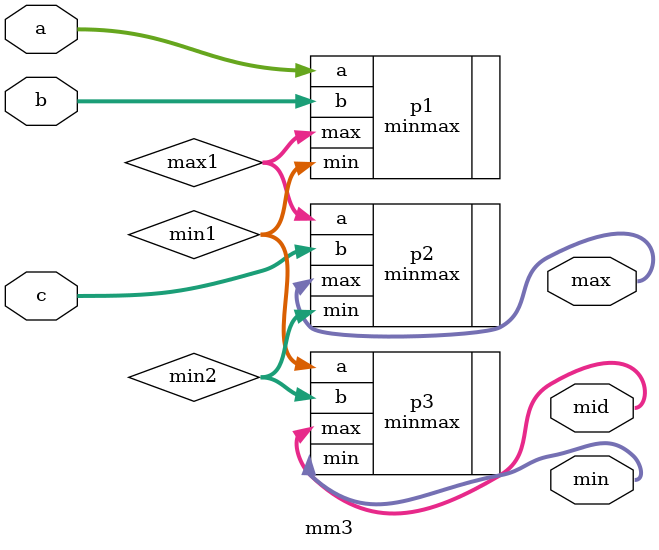
<source format=v>
module mm3 (a,b,c,min,mid,max);
	input [7:0] a,b,c;
	output [7:0] min,mid,max;
	
	wire [7:0] min1,max1,min2;
	wire [7:0] min,mid,max;
	
	//mm3 q1(.a(),.b(),.c(),.min(),.mid(),.max())
	minmax p1(	.a(a),	.b(b),	.min(min1),	.max(max1)	);
	minmax p2(	.a(max1),	.b(c),	.min(min2),	.max(max)	);
	
	minmax p3(	.a(min1),	.b(min2),	.min(min),	.max(mid)	);

endmodule
</source>
